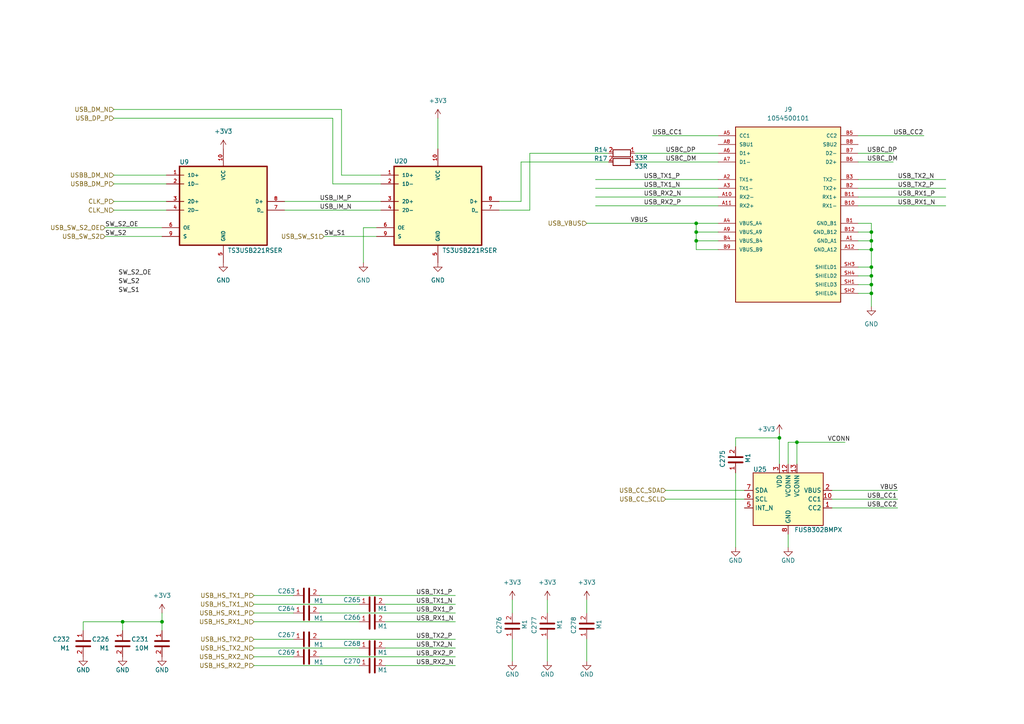
<source format=kicad_sch>
(kicad_sch (version 20250114) (generator "eeschema") (generator_version "9.0")
  (paper "A4")
  (title_block (title "TRNX SDR Carrier board") (date "2025-11-18") (rev "0.1") (company "Tronex s.r.o. / Tronex Group USA LLC"))
  (lib_symbols
    (symbol "1054500101:1054500101" (pin_names (offset 1.016))
      (property "Reference" "J" (at -15.24 26.162 0))
      (property "Value" "1054500101" (at -15.24 -27.94 0))
      (symbol "1054500101_0_0"
        (rectangle (start -15.24 -25.4) (end 15.24 25.4) (stroke (width 0.254)) (fill (type background)))
        (pin bidirectional line (at -20.32 22.86 0) (length 5.08) (name "CC1") (number "A5"))
        (pin bidirectional line (at -20.32 20.32 0) (length 5.08) (name "SBU1") (number "A8"))
        (pin bidirectional line (at -20.32 17.78 0) (length 5.08) (name "D1+") (number "A6"))
        (pin bidirectional line (at -20.32 15.24 0) (length 5.08) (name "D1-") (number "A7"))
        (pin bidirectional line (at -20.32 10.16 0) (length 5.08) (name "TX1+") (number "A2"))
        (pin bidirectional line (at -20.32 7.62 0) (length 5.08) (name "TX1-") (number "A3"))
        (pin bidirectional line (at -20.32 5.08 0) (length 5.08) (name "RX2-") (number "A10"))
        (pin bidirectional line (at -20.32 2.54 0) (length 5.08) (name "RX2+") (number "A11"))
        (pin power_in line (at -20.32 -2.54 0) (length 5.08) (name "VBUS_A4") (number "A4"))
        (pin power_in line (at -20.32 -5.08 0) (length 5.08) (name "VBUS_A9") (number "A9"))
        (pin power_in line (at -20.32 -7.62 0) (length 5.08) (name "VBUS_B4") (number "B4"))
        (pin power_in line (at -20.32 -10.16 0) (length 5.08) (name "VBUS_B9") (number "B9"))
        (pin bidirectional line (at 20.32 22.86 180) (length 5.08) (name "CC2") (number "B5"))
        (pin bidirectional line (at 20.32 20.32 180) (length 5.08) (name "SBU2") (number "B8"))
        (pin bidirectional line (at 20.32 17.78 180) (length 5.08) (name "D2-") (number "B7"))
        (pin bidirectional line (at 20.32 15.24 180) (length 5.08) (name "D2+") (number "B6"))
        (pin bidirectional line (at 20.32 10.16 180) (length 5.08) (name "TX2-") (number "B3"))
        (pin bidirectional line (at 20.32 7.62 180) (length 5.08) (name "TX2+") (number "B2"))
        (pin bidirectional line (at 20.32 5.08 180) (length 5.08) (name "RX1+") (number "B11"))
        (pin bidirectional line (at 20.32 2.54 180) (length 5.08) (name "RX1-") (number "B10"))
        (pin power_in line (at 20.32 -2.54 180) (length 5.08) (name "GND_B1") (number "B1"))
        (pin power_in line (at 20.32 -5.08 180) (length 5.08) (name "GND_B12") (number "B12"))
        (pin power_in line (at 20.32 -7.62 180) (length 5.08) (name "GND_A1") (number "A1"))
        (pin power_in line (at 20.32 -10.16 180) (length 5.08) (name "GND_A12") (number "A12"))
        (pin passive line (at 20.32 -15.24 180) (length 5.08) (name "SHIELD1") (number "SH3"))
        (pin passive line (at 20.32 -17.78 180) (length 5.08) (name "SHIELD2") (number "SH4"))
        (pin passive line (at 20.32 -20.32 180) (length 5.08) (name "SHIELD3") (number "SH1"))
        (pin passive line (at 20.32 -22.86 180) (length 5.08) (name "SHIELD4") (number "SH2"))
      )
    )
    (symbol "Interface_USB:FUSB302BMPX"
      (property "Reference" "U" (at -10.16 8.89 0))
      (property "Value" "FUSB302BMPX" (at 3.81 8.89 0))
      (symbol "FUSB302BMPX_0_1"
        (rectangle (start -10.16 7.62) (end 10.16 -7.62) (stroke (width 0.254)) (fill (type background)))
      )
      (symbol "FUSB302BMPX_1_1"
        (pin bidirectional line (at -12.7 2.54 0) (length 2.54) (name "SDA") (number "7"))
        (pin input line (at -12.7 0 0) (length 2.54) (name "SCL") (number "6"))
        (pin open_collector line (at -12.7 -2.54 0) (length 2.54) (name "INT_N") (number "5"))
        (pin power_in line (at -2.54 10.16 270) (length 2.54) (name "VDD") (number "3"))
        (pin passive line (at -2.54 10.16 270) (length 2.54) (hide yes) (name "VDD") (number "4"))
        (pin power_in line (at 0 10.16 270) (length 2.54) (name "VCONN") (number "12"))
        (pin passive line (at 0 -10.16 90) (length 2.54) (hide yes) (name "GND") (number "15"))
        (pin power_in line (at 0 -10.16 90) (length 2.54) (name "GND") (number "8"))
        (pin passive line (at 0 -10.16 90) (length 2.54) (hide yes) (name "GND") (number "9"))
        (pin power_in line (at 2.54 10.16 270) (length 2.54) (name "VCONN") (number "13"))
        (pin input line (at 12.7 2.54 180) (length 2.54) (name "VBUS") (number "2"))
        (pin bidirectional line (at 12.7 0 180) (length 2.54) (name "CC1") (number "10"))
        (pin bidirectional line (at 12.7 0 180) (length 2.54) (hide yes) (name "CC1") (number "11"))
        (pin bidirectional line (at 12.7 -2.54 180) (length 2.54) (name "CC2") (number "1"))
        (pin bidirectional line (at 12.7 -2.54 180) (length 2.54) (hide yes) (name "CC2") (number "14"))
      )
    )
    (symbol "PPA-Pasive:Cap" (pin_names (offset 1.016))
      (property "Reference" "C" (at -5.08 0 0))
      (property "Value" "Cap" (at 5.08 -2.54 0))
      (symbol "Cap_1_1"
        (polyline (pts (xy -2.032 0.762) (xy 2.032 0.762)) (stroke (width 0.508)))
        (polyline (pts (xy -2.032 -0.762) (xy 2.032 -0.762)) (stroke (width 0.508)))
        (pin passive line (at 0 3.81 270) (length 2.794) (name "~") (number "1"))
        (pin passive line (at 0 -3.81 90) (length 2.794) (name "~") (number "2"))
      )
    )
    (symbol "PPA-Pasive:Res" (pin_names (offset 1.016))
      (property "Reference" "R" (at -2.54 2.54 0))
      (property "Value" "Res" (at -1.27 -2.54 0))
      (symbol "Res_1_1"
        (rectangle (start 2.54 -1.016) (end -2.54 1.016) (stroke (width 0.254)))
        (pin passive line (at -3.81 0 0) (length 1.27) (name "~") (number "1"))
        (pin passive line (at 3.81 0 180) (length 1.27) (name "~") (number "2"))
      )
    )
    (symbol "TS3USB221RSERG4_1" (pin_names (offset 1.016))
      (property "Reference" "U" (at -11.938 8.382 0))
      (property "Value" "TS3USB221RSERG4" (at 2.032 -17.272 0))
      (symbol "TS3USB221RSERG4_1_0_0"
        (rectangle (start -12.7 7.62) (end 12.7 -15.24) (stroke (width 0.41)) (fill (type background)))
        (pin bidirectional line (at -17.78 -10.16 0) (length 5.08) (name "OE") (number "6"))
        (pin bidirectional line (at -17.78 -12.7 0) (length 5.08) (name "S") (number "9"))
        (pin bidirectional line (at -16.51 5.08 0) (length 5.08) (name "1D+") (number "1"))
        (pin bidirectional line (at -16.51 2.54 0) (length 5.08) (name "1D-") (number "2"))
        (pin bidirectional line (at -16.51 -2.54 0) (length 5.08) (name "2D+") (number "3"))
        (pin bidirectional line (at -16.51 -5.08 0) (length 5.08) (name "2D-") (number "4"))
        (pin power_in line (at 0 12.7 270) (length 5.08) (name "VCC") (number "10"))
        (pin power_in line (at 0 -20.32 90) (length 5.08) (name "GND") (number "5"))
        (pin bidirectional line (at 17.78 -2.54 180) (length 5.08) (name "D+") (number "8"))
        (pin bidirectional line (at 17.78 -5.08 180) (length 5.08) (name "D_") (number "7"))
      )
    )
    (symbol "power:+3V3" (power) (pin_names (offset 0))
      (property "Value" "+3V3" (at 0 3.556 0))
      (symbol "+3V3_0_1"
        (polyline (pts (xy -0.762 1.27) (xy 0 2.54)))
        (polyline (pts (xy 0 2.54) (xy 0.762 1.27)))
        (polyline (pts (xy 0 0) (xy 0 2.54)))
      )
      (symbol "+3V3_1_1"
        (pin power_in line (at 0 0 90) (length 0) (hide yes) (name "+3V3") (number "1"))
      )
    )
    (symbol "power:GND" (power) (pin_names (offset 0))
      (property "Value" "GND" (at 0 -3.81 0))
      (symbol "GND_0_1"
        (polyline (pts (xy 0 0) (xy 0 -1.27) (xy 1.27 -1.27) (xy 0 -2.54) (xy -1.27 -1.27) (xy 0 -1.27)))
      )
      (symbol "GND_1_1"
        (pin power_in line (at 0 0 270) (length 0) (hide yes) (name "GND") (number "1"))
      )
    )
  )
  (junction (at 201.93 64.77))
  (junction (at 201.93 67.31))
  (junction (at 252.73 72.39))
  (junction (at 252.73 85.09))
  (junction (at 35.56 180.34))
  (junction (at 46.99 180.34))
  (junction (at 252.73 77.47))
  (junction (at 252.73 80.01))
  (junction (at 252.73 69.85))
  (junction (at 252.73 82.55))
  (junction (at 226.06 127))
  (junction (at 252.73 67.31))
  (junction (at 231.14 128.27))
  (junction (at 201.93 69.85))
  (wire (pts (xy 33.02 53.34) (xy 48.26 53.34)))
  (wire (pts (xy 201.93 64.77) (xy 208.28 64.77)))
  (wire (pts (xy 151.13 58.42) (xy 144.78 58.42)))
  (wire (pts (xy 73.66 172.72) (xy 85.09 172.72)))
  (wire (pts (xy 252.73 82.55) (xy 252.73 85.09)))
  (wire (pts (xy 46.99 180.34) (xy 46.99 182.88)))
  (wire (pts (xy 248.92 44.45) (xy 259.08 44.45)))
  (wire (pts (xy 193.04 142.24) (xy 215.9 142.24)))
  (wire (pts (xy 109.22 66.04) (xy 105.41 66.04)))
  (wire (pts (xy 172.72 59.69) (xy 208.28 59.69)))
  (wire (pts (xy 241.3 147.32) (xy 260.35 147.32)))
  (wire (pts (xy 73.66 175.26) (xy 104.14 175.26)))
  (wire (pts (xy 111.76 193.04) (xy 132.08 193.04)))
  (wire (pts (xy 110.49 53.34) (xy 96.52 53.34)))
  (wire (pts (xy 153.67 44.45) (xy 176.53 44.45)))
  (wire (pts (xy 148.59 185.42) (xy 148.59 191.77)))
  (wire (pts (xy 252.73 72.39) (xy 252.73 77.47)))
  (wire (pts (xy 158.75 173.99) (xy 158.75 177.8)))
  (wire (pts (xy 252.73 69.85) (xy 252.73 72.39)))
  (wire (pts (xy 73.66 190.5) (xy 85.09 190.5)))
  (wire (pts (xy 73.66 193.04) (xy 104.14 193.04)))
  (wire (pts (xy 213.36 137.16) (xy 213.36 158.75)))
  (wire (pts (xy 35.56 180.34) (xy 35.56 182.88)))
  (wire (pts (xy 33.02 50.8) (xy 48.26 50.8)))
  (wire (pts (xy 248.92 39.37) (xy 267.97 39.37)))
  (wire (pts (xy 24.13 180.34) (xy 24.13 182.88)))
  (wire (pts (xy 228.6 128.27) (xy 231.14 128.27)))
  (wire (pts (xy 241.3 144.78) (xy 260.35 144.78)))
  (wire (pts (xy 73.66 177.8) (xy 85.09 177.8)))
  (wire (pts (xy 127 34.29) (xy 127 43.18)))
  (wire (pts (xy 184.15 46.99) (xy 208.28 46.99)))
  (wire (pts (xy 82.55 58.42) (xy 110.49 58.42)))
  (wire (pts (xy 92.71 172.72) (xy 132.08 172.72)))
  (wire (pts (xy 158.75 185.42) (xy 158.75 191.77)))
  (wire (pts (xy 93.98 68.58) (xy 109.22 68.58)))
  (wire (pts (xy 248.92 82.55) (xy 252.73 82.55)))
  (wire (pts (xy 82.55 60.96) (xy 110.49 60.96)))
  (wire (pts (xy 201.93 67.31) (xy 201.93 64.77)))
  (wire (pts (xy 248.92 80.01) (xy 252.73 80.01)))
  (wire (pts (xy 151.13 46.99) (xy 151.13 58.42)))
  (wire (pts (xy 99.06 50.8) (xy 99.06 31.75)))
  (wire (pts (xy 213.36 129.54) (xy 213.36 127)))
  (wire (pts (xy 30.48 66.04) (xy 46.99 66.04)))
  (wire (pts (xy 46.99 180.34) (xy 35.56 180.34)))
  (wire (pts (xy 252.73 80.01) (xy 252.73 82.55)))
  (wire (pts (xy 193.04 144.78) (xy 215.9 144.78)))
  (wire (pts (xy 248.92 72.39) (xy 252.73 72.39)))
  (wire (pts (xy 213.36 127) (xy 226.06 127)))
  (wire (pts (xy 46.99 180.34) (xy 46.99 177.8)))
  (wire (pts (xy 172.72 54.61) (xy 208.28 54.61)))
  (wire (pts (xy 241.3 142.24) (xy 260.35 142.24)))
  (wire (pts (xy 92.71 185.42) (xy 132.08 185.42)))
  (wire (pts (xy 248.92 46.99) (xy 259.08 46.99)))
  (wire (pts (xy 184.15 44.45) (xy 208.28 44.45)))
  (wire (pts (xy 248.92 67.31) (xy 252.73 67.31)))
  (wire (pts (xy 170.18 173.99) (xy 170.18 177.8)))
  (wire (pts (xy 248.92 85.09) (xy 252.73 85.09)))
  (wire (pts (xy 33.02 31.75) (xy 99.06 31.75)))
  (wire (pts (xy 92.71 190.5) (xy 132.08 190.5)))
  (wire (pts (xy 252.73 77.47) (xy 252.73 80.01)))
  (wire (pts (xy 201.93 67.31) (xy 208.28 67.31)))
  (wire (pts (xy 153.67 44.45) (xy 153.67 60.96)))
  (wire (pts (xy 33.02 34.29) (xy 96.52 34.29)))
  (wire (pts (xy 201.93 69.85) (xy 201.93 67.31)))
  (wire (pts (xy 33.02 58.42) (xy 48.26 58.42)))
  (wire (pts (xy 248.92 77.47) (xy 252.73 77.47)))
  (wire (pts (xy 148.59 173.99) (xy 148.59 177.8)))
  (wire (pts (xy 96.52 53.34) (xy 96.52 34.29)))
  (wire (pts (xy 172.72 57.15) (xy 208.28 57.15)))
  (wire (pts (xy 111.76 175.26) (xy 132.08 175.26)))
  (wire (pts (xy 201.93 72.39) (xy 201.93 69.85)))
  (wire (pts (xy 111.76 187.96) (xy 132.08 187.96)))
  (wire (pts (xy 33.02 60.96) (xy 48.26 60.96)))
  (wire (pts (xy 274.32 57.15) (xy 248.92 57.15)))
  (wire (pts (xy 73.66 180.34) (xy 104.14 180.34)))
  (wire (pts (xy 111.76 180.34) (xy 132.08 180.34)))
  (wire (pts (xy 189.23 39.37) (xy 208.28 39.37)))
  (wire (pts (xy 231.14 128.27) (xy 231.14 134.62)))
  (wire (pts (xy 170.18 64.77) (xy 201.93 64.77)))
  (wire (pts (xy 226.06 127) (xy 226.06 134.62)))
  (wire (pts (xy 73.66 185.42) (xy 85.09 185.42)))
  (wire (pts (xy 228.6 154.94) (xy 228.6 158.75)))
  (wire (pts (xy 252.73 85.09) (xy 252.73 88.9)))
  (wire (pts (xy 208.28 72.39) (xy 201.93 72.39)))
  (wire (pts (xy 176.53 46.99) (xy 151.13 46.99)))
  (wire (pts (xy 105.41 66.04) (xy 105.41 76.2)))
  (wire (pts (xy 248.92 64.77) (xy 252.73 64.77)))
  (wire (pts (xy 228.6 134.62) (xy 228.6 128.27)))
  (wire (pts (xy 252.73 67.31) (xy 252.73 69.85)))
  (wire (pts (xy 30.48 68.58) (xy 46.99 68.58)))
  (wire (pts (xy 274.32 59.69) (xy 248.92 59.69)))
  (wire (pts (xy 110.49 50.8) (xy 99.06 50.8)))
  (wire (pts (xy 248.92 69.85) (xy 252.73 69.85)))
  (wire (pts (xy 231.14 128.27) (xy 245.11 128.27)))
  (wire (pts (xy 252.73 64.77) (xy 252.73 67.31)))
  (wire (pts (xy 73.66 187.96) (xy 104.14 187.96)))
  (wire (pts (xy 226.06 125.73) (xy 226.06 127)))
  (wire (pts (xy 274.32 52.07) (xy 248.92 52.07)))
  (wire (pts (xy 170.18 185.42) (xy 170.18 191.77)))
  (wire (pts (xy 274.32 54.61) (xy 248.92 54.61)))
  (wire (pts (xy 92.71 177.8) (xy 132.08 177.8)))
  (wire (pts (xy 35.56 180.34) (xy 24.13 180.34)))
  (wire (pts (xy 144.78 60.96) (xy 153.67 60.96)))
  (wire (pts (xy 172.72 52.07) (xy 208.28 52.07)))
  (wire (pts (xy 201.93 69.85) (xy 208.28 69.85)))
  (label "USB_RX2_N" (at 186.69 57.15 0))
  (label "USB_RX1_P" (at 120.65 177.8 0))
  (label "USB_TX2_N" (at 260.35 52.07 0))
  (label "USB_CC2" (at 259.08 39.37 0))
  (label "SW_S1" (at 34.29 85.09 0))
  (label "SW_S1" (at 93.98 68.58 0))
  (label "VBUS" (at 255.27 142.24 0))
  (label "USB_CC1" (at 189.23 39.37 0))
  (label "SW_S2" (at 30.48 68.58 0))
  (label "USB_IM_P" (at 92.71 58.42 0))
  (label "USB_RX2_P" (at 186.69 59.69 0))
  (label "USB_TX1_N" (at 120.65 175.26 0))
  (label "USB_CC2" (at 251.46 147.32 0))
  (label "USB_TX1_P" (at 120.65 172.72 0))
  (label "USB_TX2_P" (at 260.35 54.61 0))
  (label "USBC_DP" (at 251.46 44.45 0))
  (label "VBUS" (at 182.88 64.77 0))
  (label "USB_TX2_P" (at 120.65 185.42 0))
  (label "USB_TX2_N" (at 120.65 187.96 0))
  (label "USB_RX2_N" (at 120.65 193.04 0))
  (label "USB_RX1_P" (at 260.35 57.15 0))
  (label "USB_RX1_N" (at 260.35 59.69 0))
  (label "SW_S2_OE" (at 34.29 80.01 0))
  (label "USBC_DM" (at 193.04 46.99 0))
  (label "USB_RX2_P" (at 120.65 190.5 0))
  (label "USBC_DP" (at 193.04 44.45 0))
  (label "USB_IM_N" (at 92.71 60.96 0))
  (label "USBC_DM" (at 251.46 46.99 0))
  (label "USB_TX1_N" (at 186.69 54.61 0))
  (label "USB_TX1_P" (at 186.69 52.07 0))
  (label "SW_S2" (at 34.29 82.55 0))
  (label "USB_CC1" (at 251.46 144.78 0))
  (label "VCONN" (at 240.03 128.27 0))
  (label "USB_RX1_N" (at 120.65 180.34 0))
  (label "SW_S2_OE" (at 30.48 66.04 0))
  (hierarchical_label "USB_DM_N" (shape input) (at 33.02 31.75 180))
  (hierarchical_label "USB_SW_S2" (shape input) (at 30.48 68.58 180))
  (hierarchical_label "CLK_N" (shape input) (at 33.02 60.96 180))
  (hierarchical_label "USB_HS_RX1_N" (shape input) (at 73.66 180.34 180))
  (hierarchical_label "USB_HS_RX1_P" (shape input) (at 73.66 177.8 180))
  (hierarchical_label "USB_CC_SDA" (shape input) (at 193.04 142.24 180))
  (hierarchical_label "USB_CC_SCL" (shape input) (at 193.04 144.78 180))
  (hierarchical_label "USB_HS_TX1_N" (shape input) (at 73.66 175.26 180))
  (hierarchical_label "CLK_P" (shape input) (at 33.02 58.42 180))
  (hierarchical_label "USB_DP_P" (shape input) (at 33.02 34.29 180))
  (hierarchical_label "USBB_DM_N" (shape input) (at 33.02 50.8 180))
  (hierarchical_label "USB_VBUS" (shape input) (at 170.18 64.77 180))
  (hierarchical_label "USB_HS_RX2_P" (shape input) (at 73.66 193.04 180))
  (hierarchical_label "USB_SW_S1" (shape input) (at 93.98 68.58 180))
  (hierarchical_label "USB_HS_TX2_P" (shape input) (at 73.66 185.42 180))
  (hierarchical_label "USB_SW_S2_OE" (shape input) (at 30.48 66.04 180))
  (hierarchical_label "USBB_DM_P" (shape input) (at 33.02 53.34 180))
  (hierarchical_label "USB_HS_TX2_N" (shape input) (at 73.66 187.96 180))
  (hierarchical_label "USB_HS_TX1_P" (shape input) (at 73.66 172.72 180))
  (hierarchical_label "USB_HS_RX2_N" (shape input) (at 73.66 190.5 180))
  (symbol (lib_id "PPA-Pasive:Cap") (at 158.75 181.61 180) (unit 1)
    (property "Reference" "C277" (at 154.94 181.356 90))
    (property "Value" "M1" (at 162.306 181.102 90))
    (property "Footprint" "Capacitor_SMD:C_0201_0603Metric" (effects (hide yes)))
    (property "Description" "capacitor" (effects (hide yes)))
    (property "Voltage" "100V" (effects (hide yes)))
    (property "Material" "X7R" (effects (hide yes)))
    (property "PN" "CL03A104KP3NNNC" (effects (hide yes)))
    (property "JLC" "C49062" (effects (hide yes)))
    (property "JLCPCB Part #" "C1581" (effects (hide yes)))
  )
  (symbol (lib_id "PPA-Pasive:Res") (at 180.34 46.99 180) (unit 1)
    (property "Reference" "R17" (at 174.244 45.974 0))
    (property "Value" "33R" (at 185.928 48.26 0))
    (property "Footprint" "Resistor_SMD:R_0402_1005Metric" (effects (hide yes)))
    (property "Power" "250mW" (effects (hide yes)))
    (property "Tolerance" "=< 5%" (effects (hide yes)))
    (property "JLCPCB Part #" "C25105" (effects (hide yes)))
  )
  (symbol (lib_id "Interface_USB:FUSB302BMPX") (at 228.6 144.78 0) (unit 1)
    (property "Reference" "U25" (at 218.44 136.144 0) (effects (justify left)))
    (property "Value" "FUSB302BMPX" (at 230.378 153.67 0) (effects (justify left)))
    (property "Footprint" "Package_DFN_QFN:WQFN-14-1EP_2.5x2.5mm_P0.5mm_EP1.45x1.45mm" (effects (hide yes)))
    (property "Datasheet" "http://www.onsemi.com/pub/Collateral/FUSB302B-D.PDF" (effects (hide yes)))
    (property "Description" "Programmable USB Type-C Controller w/PD, I2C address 0x22, WQFN-14" (effects (hide yes)))
  )
  (symbol (lib_id "power:+3V3") (at 226.06 125.73 0) (mirror y) (unit 1)
    (property "Reference" "#PWR0387" (effects (hide yes)))
    (property "Value" "+3V3" (at 222.25 124.46 0))
    (property "Description" "Power symbol creates a global label with name \"+3V3\"" (effects (hide yes)))
  )
  (symbol (lib_id "PPA-Pasive:Res") (at 180.34 44.45 180) (unit 1)
    (property "Reference" "R14" (at 174.244 43.434 0))
    (property "Value" "33R" (at 185.928 45.72 0))
    (property "Footprint" "Resistor_SMD:R_0402_1005Metric" (effects (hide yes)))
    (property "Power" "250mW" (effects (hide yes)))
    (property "Tolerance" "=< 5%" (effects (hide yes)))
    (property "JLCPCB Part #" "C25105" (effects (hide yes)))
  )
  (symbol (lib_id "power:GND") (at 46.99 190.5 0) (mirror y) (unit 1)
    (property "Reference" "#PWR053" (effects (hide yes)))
    (property "Value" "GND" (at 46.99 194.31 0))
    (property "Description" "Power symbol creates a global label with name \"GND\" , ground" (effects (hide yes)))
  )
  (symbol (lib_id "power:+3V3") (at 127 34.29 0) (mirror y) (unit 1)
    (property "Reference" "#PWR054" (effects (hide yes)))
    (property "Value" "+3V3" (at 127 29.21 0))
    (property "Description" "Power symbol creates a global label with name \"+3V3\"" (effects (hide yes)))
  )
  (symbol (lib_id "PPA-Pasive:Cap") (at 148.59 181.61 180) (unit 1)
    (property "Reference" "C276" (at 144.78 181.356 90))
    (property "Value" "M1" (at 152.146 181.102 90))
    (property "Footprint" "Capacitor_SMD:C_0201_0603Metric" (effects (hide yes)))
    (property "Description" "capacitor" (effects (hide yes)))
    (property "Voltage" "100V" (effects (hide yes)))
    (property "Material" "X7R" (effects (hide yes)))
    (property "PN" "CL03A104KP3NNNC" (effects (hide yes)))
    (property "JLC" "C49062" (effects (hide yes)))
    (property "JLCPCB Part #" "C1581" (effects (hide yes)))
  )
  (symbol (lib_id "PPA-Pasive:Cap") (at 107.95 180.34 90) (unit 1)
    (property "Reference" "C266" (at 102.108 179.07 90))
    (property "Value" "M1" (at 110.998 181.61 90))
    (property "Footprint" "Capacitor_SMD:C_0201_0603Metric" (effects (hide yes)))
    (property "Description" "capacitor" (effects (hide yes)))
    (property "Voltage" "100V" (effects (hide yes)))
    (property "Material" "X7R" (effects (hide yes)))
    (property "PN" "CL03A104KP3NNNC" (effects (hide yes)))
    (property "JLC" "C49062" (effects (hide yes)))
    (property "JLCPCB Part #" "C1581" (effects (hide yes)))
  )
  (symbol (lib_id "power:GND") (at 35.56 190.5 0) (mirror y) (unit 1)
    (property "Reference" "#PWR038" (effects (hide yes)))
    (property "Value" "GND" (at 35.56 194.31 0))
    (property "Description" "Power symbol creates a global label with name \"GND\" , ground" (effects (hide yes)))
  )
  (symbol (lib_id "PPA-Pasive:Cap") (at 88.9 190.5 90) (unit 1)
    (property "Reference" "C269" (at 83.058 189.23 90))
    (property "Value" "M1" (at 92.456 192.024 90))
    (property "Footprint" "Capacitor_SMD:C_0201_0603Metric" (effects (hide yes)))
    (property "Description" "capacitor" (effects (hide yes)))
    (property "Voltage" "100V" (effects (hide yes)))
    (property "Material" "X7R" (effects (hide yes)))
    (property "PN" "CL03A104KP3NNNC" (effects (hide yes)))
    (property "JLC" "C49062" (effects (hide yes)))
    (property "JLCPCB Part #" "C1581" (effects (hide yes)))
  )
  (symbol (lib_name "TS3USB221RSERG4_1") (lib_id "TS3USB221:TS3USB221RSERG4") (at 64.77 55.88 0) (unit 1)
    (property "Reference" "U9" (at 52.07 46.99 0) (effects (justify left)))
    (property "Value" "TS3USB221RSER" (at 66.04 72.644 0) (effects (justify left)))
    (property "Footprint" "TS3USB221:IC_TPD6E001RSER" (effects (hide yes)))
    (property "MF" "Texas Instruments" (effects (hide yes)))
    (property "Description_1" "High-Speed USB 2.0 (480 Mbps) 1:2 Multiplexer/Demultiplexer Switch With Single Enable 10-UQFN -40 to 85" (effects (hide yes)))
    (property "Package" "UQFN-10 Texas Instruments" (effects (hide yes)))
    (property "Price" "None" (effects (hide yes)))
    (property "SnapEDA_Link" "https://www.snapeda.com/parts/TS3USB221RSERG4/Texas+Instruments/view-part/?ref=snap" (effects (hide yes)))
    (property "MP" "TS3USB221RSERG4" (effects (hide yes)))
    (property "Availability" "In Stock" (effects (hide yes)))
    (property "Check_prices" "https://www.snapeda.com/parts/TS3USB221RSERG4/Texas+Instruments/view-part/?ref=eda" (effects (hide yes)))
    (property "JLCPCB Part #" "C130085" (effects (hide yes)))
  )
  (symbol (lib_name "TS3USB221RSERG4_1") (lib_id "TS3USB221:TS3USB221RSERG4") (at 127 55.88 0) (unit 1)
    (property "Reference" "U20" (at 114.3 46.736 0) (effects (justify left)))
    (property "Value" "TS3USB221RSER" (at 128.27 72.644 0) (effects (justify left)))
    (property "Footprint" "TS3USB221:IC_TPD6E001RSER" (effects (hide yes)))
    (property "MF" "Texas Instruments" (effects (hide yes)))
    (property "Description_1" "High-Speed USB 2.0 (480 Mbps) 1:2 Multiplexer/Demultiplexer Switch With Single Enable 10-UQFN -40 to 85" (effects (hide yes)))
    (property "Package" "UQFN-10 Texas Instruments" (effects (hide yes)))
    (property "Price" "None" (effects (hide yes)))
    (property "SnapEDA_Link" "https://www.snapeda.com/parts/TS3USB221RSERG4/Texas+Instruments/view-part/?ref=snap" (effects (hide yes)))
    (property "MP" "TS3USB221RSERG4" (effects (hide yes)))
    (property "Availability" "In Stock" (effects (hide yes)))
    (property "Check_prices" "https://www.snapeda.com/parts/TS3USB221RSERG4/Texas+Instruments/view-part/?ref=eda" (effects (hide yes)))
    (property "JLCPCB Part #" "C130085" (effects (hide yes)))
  )
  (symbol (lib_id "PPA-Pasive:Cap") (at 213.36 133.35 180) (unit 1)
    (property "Reference" "C275" (at 209.55 133.096 90))
    (property "Value" "M1" (at 216.916 132.842 90))
    (property "Footprint" "Capacitor_SMD:C_0201_0603Metric" (effects (hide yes)))
    (property "Description" "capacitor" (effects (hide yes)))
    (property "Voltage" "100V" (effects (hide yes)))
    (property "Material" "X7R" (effects (hide yes)))
    (property "PN" "CL03A104KP3NNNC" (effects (hide yes)))
    (property "JLC" "C49062" (effects (hide yes)))
    (property "JLCPCB Part #" "C1581" (effects (hide yes)))
  )
  (symbol (lib_id "power:+3V3") (at 148.59 173.99 0) (mirror y) (unit 1)
    (property "Reference" "#PWR0390" (effects (hide yes)))
    (property "Value" "+3V3" (at 148.59 168.91 0))
    (property "Description" "Power symbol creates a global label with name \"+3V3\"" (effects (hide yes)))
  )
  (symbol (lib_id "PPA-Pasive:Cap") (at 107.95 193.04 90) (unit 1)
    (property "Reference" "C270" (at 102.108 191.77 90))
    (property "Value" "M1" (at 110.998 194.31 90))
    (property "Footprint" "Capacitor_SMD:C_0201_0603Metric" (effects (hide yes)))
    (property "Description" "capacitor" (effects (hide yes)))
    (property "Voltage" "100V" (effects (hide yes)))
    (property "Material" "X7R" (effects (hide yes)))
    (property "PN" "CL03A104KP3NNNC" (effects (hide yes)))
    (property "JLC" "C49062" (effects (hide yes)))
    (property "JLCPCB Part #" "C1581" (effects (hide yes)))
  )
  (symbol (lib_id "PPA-Pasive:Cap") (at 107.95 187.96 90) (unit 1)
    (property "Reference" "C268" (at 102.108 186.69 90))
    (property "Value" "M1" (at 110.998 189.23 90))
    (property "Footprint" "Capacitor_SMD:C_0201_0603Metric" (effects (hide yes)))
    (property "Description" "capacitor" (effects (hide yes)))
    (property "Voltage" "100V" (effects (hide yes)))
    (property "Material" "X7R" (effects (hide yes)))
    (property "PN" "CL03A104KP3NNNC" (effects (hide yes)))
    (property "JLC" "C49062" (effects (hide yes)))
    (property "JLCPCB Part #" "C1581" (effects (hide yes)))
  )
  (symbol (lib_id "power:GND") (at 170.18 191.77 0) (mirror y) (unit 1)
    (property "Reference" "#PWR0394" (effects (hide yes)))
    (property "Value" "GND" (at 170.18 195.58 0))
    (property "Description" "Power symbol creates a global label with name \"GND\" , ground" (effects (hide yes)))
  )
  (symbol (lib_id "power:+3V3") (at 46.99 177.8 0) (mirror y) (unit 1)
    (property "Reference" "#PWR055" (effects (hide yes)))
    (property "Value" "+3V3" (at 46.99 172.72 0))
    (property "Description" "Power symbol creates a global label with name \"+3V3\"" (effects (hide yes)))
  )
  (symbol (lib_id "power:GND") (at 24.13 190.5 0) (mirror y) (unit 1)
    (property "Reference" "#PWR0123" (effects (hide yes)))
    (property "Value" "GND" (at 24.13 194.31 0))
    (property "Description" "Power symbol creates a global label with name \"GND\" , ground" (effects (hide yes)))
  )
  (symbol (lib_id "PPA-Pasive:Cap") (at 88.9 177.8 90) (unit 1)
    (property "Reference" "C264" (at 83.058 176.53 90))
    (property "Value" "M1" (at 92.456 179.324 90))
    (property "Footprint" "Capacitor_SMD:C_0201_0603Metric" (effects (hide yes)))
    (property "Description" "capacitor" (effects (hide yes)))
    (property "Voltage" "100V" (effects (hide yes)))
    (property "Material" "X7R" (effects (hide yes)))
    (property "PN" "CL03A104KP3NNNC" (effects (hide yes)))
    (property "JLC" "C49062" (effects (hide yes)))
    (property "JLCPCB Part #" "C1581" (effects (hide yes)))
  )
  (symbol (lib_id "PPA-Pasive:Cap") (at 88.9 185.42 90) (unit 1)
    (property "Reference" "C267" (at 83.058 184.15 90))
    (property "Value" "M1" (at 92.456 186.944 90))
    (property "Footprint" "Capacitor_SMD:C_0201_0603Metric" (effects (hide yes)))
    (property "Description" "capacitor" (effects (hide yes)))
    (property "Voltage" "100V" (effects (hide yes)))
    (property "Material" "X7R" (effects (hide yes)))
    (property "PN" "CL03A104KP3NNNC" (effects (hide yes)))
    (property "JLC" "C49062" (effects (hide yes)))
    (property "JLCPCB Part #" "C1581" (effects (hide yes)))
  )
  (symbol (lib_id "power:+3V3") (at 170.18 173.99 0) (mirror y) (unit 1)
    (property "Reference" "#PWR0393" (effects (hide yes)))
    (property "Value" "+3V3" (at 170.18 168.91 0))
    (property "Description" "Power symbol creates a global label with name \"+3V3\"" (effects (hide yes)))
  )
  (symbol (lib_id "power:GND") (at 158.75 191.77 0) (mirror y) (unit 1)
    (property "Reference" "#PWR0392" (effects (hide yes)))
    (property "Value" "GND" (at 158.75 195.58 0))
    (property "Description" "Power symbol creates a global label with name \"GND\" , ground" (effects (hide yes)))
  )
  (symbol (lib_id "power:GND") (at 64.77 76.2 0) (unit 1)
    (property "Reference" "#PWR0274" (effects (hide yes)))
    (property "Value" "GND" (at 64.77 81.28 0))
    (property "Description" "Power symbol creates a global label with name \"GND\" , ground" (effects (hide yes)))
  )
  (symbol (lib_id "power:GND") (at 213.36 158.75 0) (mirror y) (unit 1)
    (property "Reference" "#PWR0388" (effects (hide yes)))
    (property "Value" "GND" (at 213.36 162.56 0))
    (property "Description" "Power symbol creates a global label with name \"GND\" , ground" (effects (hide yes)))
  )
  (symbol (lib_id "power:GND") (at 148.59 191.77 0) (mirror y) (unit 1)
    (property "Reference" "#PWR0389" (effects (hide yes)))
    (property "Value" "GND" (at 148.59 195.58 0))
    (property "Description" "Power symbol creates a global label with name \"GND\" , ground" (effects (hide yes)))
  )
  (symbol (lib_id "PPA-Pasive:Cap") (at 170.18 181.61 180) (unit 1)
    (property "Reference" "C278" (at 166.37 181.356 90))
    (property "Value" "M1" (at 173.736 181.102 90))
    (property "Footprint" "Capacitor_SMD:C_0201_0603Metric" (effects (hide yes)))
    (property "Description" "capacitor" (effects (hide yes)))
    (property "Voltage" "100V" (effects (hide yes)))
    (property "Material" "X7R" (effects (hide yes)))
    (property "PN" "CL03A104KP3NNNC" (effects (hide yes)))
    (property "JLC" "C49062" (effects (hide yes)))
    (property "JLCPCB Part #" "C1581" (effects (hide yes)))
  )
  (symbol (lib_id "power:GND") (at 252.73 88.9 0) (unit 1)
    (property "Reference" "#PWR0132" (effects (hide yes)))
    (property "Value" "GND" (at 252.73 93.98 0))
    (property "Description" "Power symbol creates a global label with name \"GND\" , ground" (effects (hide yes)))
  )
  (symbol (lib_id "power:+3V3") (at 158.75 173.99 0) (mirror y) (unit 1)
    (property "Reference" "#PWR0391" (effects (hide yes)))
    (property "Value" "+3V3" (at 158.75 168.91 0))
    (property "Description" "Power symbol creates a global label with name \"+3V3\"" (effects (hide yes)))
  )
  (symbol (lib_id "power:GND") (at 127 76.2 0) (unit 1)
    (property "Reference" "#PWR0275" (effects (hide yes)))
    (property "Value" "GND" (at 127 81.28 0))
    (property "Description" "Power symbol creates a global label with name \"GND\" , ground" (effects (hide yes)))
  )
  (symbol (lib_id "1054500101:1054500101") (at 228.6 62.23 0) (unit 1)
    (property "Reference" "J9" (at 228.6 31.75 0))
    (property "Value" "1054500101" (at 228.6 34.29 0))
    (property "Footprint" "1054500101:MOLEX_1054500101" (effects (hide yes)))
    (property "MF" "Molex" (effects (hide yes)))
    (property "OPTION" "MOLEX_CONFIG" (effects (hide yes)))
    (property "Package" "None" (effects (hide yes)))
    (property "Price" "None" (effects (hide yes)))
    (property "Check_prices" "https://www.snapeda.com/parts/105450-0101/Molex/view-part/?ref=eda" (effects (hide yes)))
    (property "STANDARD" "Manufacturer Recommendations" (effects (hide yes)))
    (property "PARTREV" "A7" (effects (hide yes)))
    (property "SnapEDA_Link" "https://www.snapeda.com/parts/105450-0101/Molex/view-part/?ref=snap" (effects (hide yes)))
    (property "MP" "105450-0101" (effects (hide yes)))
    (property "Description_1" "USB Shielded I/O Receptacle,Type C,Right Angle,Surface Mount,Gold over Nickel | Molex Incorporated 105450-0101" (effects (hide yes)))
    (property "MANUFACTURER" "Molex" (effects (hide yes)))
    (property "Availability" "In Stock" (effects (hide yes)))
    (property "MAXIMUM_PACKAGE_HEIGHT" "3.24mm" (effects (hide yes)))
    (property "JLCPCB Part #" "C134092" (effects (hide yes)))
  )
  (symbol (lib_id "PPA-Pasive:Cap") (at 46.99 186.69 0) (mirror y) (unit 1)
    (property "Reference" "C231" (at 43.18 185.4199 0) (effects (justify left)))
    (property "Value" "10M" (at 43.18 187.9599 0) (effects (justify left)))
    (property "Footprint" "Capacitor_SMD:C_0603_1608Metric" (effects (hide yes)))
    (property "Description" "capacitor" (effects (hide yes)))
    (property "Voltage" "100V" (effects (hide yes)))
    (property "Material" "X7R" (effects (hide yes)))
    (property "JLCPCB Part #" "C96446" (effects (hide yes)))
  )
  (symbol (lib_id "PPA-Pasive:Cap") (at 107.95 175.26 90) (unit 1)
    (property "Reference" "C265" (at 102.108 173.99 90))
    (property "Value" "M1" (at 110.998 176.53 90))
    (property "Footprint" "Capacitor_SMD:C_0201_0603Metric" (effects (hide yes)))
    (property "Description" "capacitor" (effects (hide yes)))
    (property "Voltage" "100V" (effects (hide yes)))
    (property "Material" "X7R" (effects (hide yes)))
    (property "PN" "CL03A104KP3NNNC" (effects (hide yes)))
    (property "JLC" "C49062" (effects (hide yes)))
    (property "JLCPCB Part #" "C1581" (effects (hide yes)))
  )
  (symbol (lib_id "power:+3V3") (at 64.77 43.18 0) (mirror y) (unit 1)
    (property "Reference" "#PWR052" (effects (hide yes)))
    (property "Value" "+3V3" (at 64.77 38.1 0))
    (property "Description" "Power symbol creates a global label with name \"+3V3\"" (effects (hide yes)))
  )
  (symbol (lib_id "PPA-Pasive:Cap") (at 35.56 186.69 0) (mirror y) (unit 1)
    (property "Reference" "C226" (at 31.75 185.4199 0) (effects (justify left)))
    (property "Value" "M1" (at 31.75 187.9599 0) (effects (justify left)))
    (property "Footprint" "Capacitor_SMD:C_0201_0603Metric" (effects (hide yes)))
    (property "Description" "capacitor" (effects (hide yes)))
    (property "Voltage" "100V" (effects (hide yes)))
    (property "Material" "X7R" (effects (hide yes)))
    (property "PN" "CL03A104KP3NNNC" (effects (hide yes)))
    (property "JLC" "C49062" (effects (hide yes)))
    (property "JLCPCB Part #" "C1581" (effects (hide yes)))
  )
  (symbol (lib_id "PPA-Pasive:Cap") (at 88.9 172.72 90) (unit 1)
    (property "Reference" "C263" (at 83.058 171.45 90))
    (property "Value" "M1" (at 92.456 174.244 90))
    (property "Footprint" "Capacitor_SMD:C_0201_0603Metric" (effects (hide yes)))
    (property "Description" "capacitor" (effects (hide yes)))
    (property "Voltage" "100V" (effects (hide yes)))
    (property "Material" "X7R" (effects (hide yes)))
    (property "PN" "CL03A104KP3NNNC" (effects (hide yes)))
    (property "JLC" "C49062" (effects (hide yes)))
    (property "JLCPCB Part #" "C1581" (effects (hide yes)))
  )
  (symbol (lib_id "PPA-Pasive:Cap") (at 24.13 186.69 0) (mirror y) (unit 1)
    (property "Reference" "C232" (at 20.32 185.4199 0) (effects (justify left)))
    (property "Value" "M1" (at 20.32 187.9599 0) (effects (justify left)))
    (property "Footprint" "Capacitor_SMD:C_0201_0603Metric" (effects (hide yes)))
    (property "Description" "capacitor" (effects (hide yes)))
    (property "Voltage" "100V" (effects (hide yes)))
    (property "Material" "X7R" (effects (hide yes)))
    (property "PN" "CL03A104KP3NNNC" (effects (hide yes)))
    (property "JLC" "C49062" (effects (hide yes)))
    (property "JLCPCB Part #" "C1581" (effects (hide yes)))
  )
  (symbol (lib_id "power:GND") (at 228.6 158.75 0) (mirror y) (unit 1)
    (property "Reference" "#PWR0380" (effects (hide yes)))
    (property "Value" "GND" (at 228.6 162.56 0))
    (property "Description" "Power symbol creates a global label with name \"GND\" , ground" (effects (hide yes)))
  )
  (symbol (lib_id "power:GND") (at 105.41 76.2 0) (unit 1)
    (property "Reference" "#PWR0124" (effects (hide yes)))
    (property "Value" "GND" (at 105.41 81.28 0))
    (property "Description" "Power symbol creates a global label with name \"GND\" , ground" (effects (hide yes)))
  )
)
</source>
